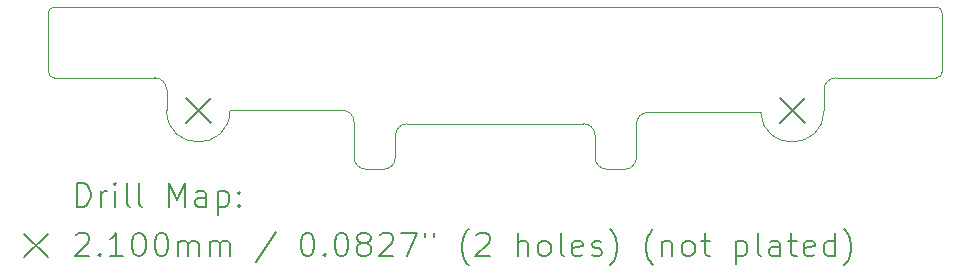
<source format=gbr>
%TF.GenerationSoftware,KiCad,Pcbnew,7.0.1*%
%TF.CreationDate,2024-03-29T16:02:35+01:00*%
%TF.ProjectId,Qtr-8-SN,5174722d-382d-4534-9e2e-6b696361645f,rev?*%
%TF.SameCoordinates,Original*%
%TF.FileFunction,Drillmap*%
%TF.FilePolarity,Positive*%
%FSLAX45Y45*%
G04 Gerber Fmt 4.5, Leading zero omitted, Abs format (unit mm)*
G04 Created by KiCad (PCBNEW 7.0.1) date 2024-03-29 16:02:35*
%MOMM*%
%LPD*%
G01*
G04 APERTURE LIST*
%ADD10C,0.100000*%
%ADD11C,0.200000*%
%ADD12C,0.210000*%
G04 APERTURE END LIST*
D10*
X11988000Y-9474000D02*
X12138000Y-9474000D01*
X15329250Y-8992000D02*
X14379000Y-8992000D01*
X13929000Y-9374000D02*
X13929000Y-9189000D01*
X16867150Y-8400000D02*
X16867000Y-8150000D01*
X11888000Y-9374000D02*
G75*
G03*
X11988000Y-9474000I100000J0D01*
G01*
X10838000Y-8974000D02*
X11788000Y-8974000D01*
X14278000Y-9092711D02*
X14279000Y-9374000D01*
X9350000Y-8700000D02*
X10200000Y-8700000D01*
X13929000Y-9189000D02*
G75*
G03*
X13829000Y-9089000I-100000J0D01*
G01*
X16867150Y-8400000D02*
X16867000Y-8650000D01*
X10300000Y-8974000D02*
G75*
G03*
X10838000Y-8974000I269000J0D01*
G01*
X12338000Y-9089000D02*
G75*
G03*
X12238000Y-9189000I0J-100000D01*
G01*
X10300000Y-8800000D02*
X10300000Y-8974000D01*
X13929000Y-9374000D02*
G75*
G03*
X14029000Y-9474000I100000J0D01*
G01*
X9350000Y-8100000D02*
X16817000Y-8100000D01*
X16817000Y-8700000D02*
X15968000Y-8700000D01*
X16817000Y-8700000D02*
G75*
G03*
X16867000Y-8650000I0J50000D01*
G01*
X14179000Y-9474000D02*
G75*
G03*
X14279000Y-9374000I0J100000D01*
G01*
X16867000Y-8150000D02*
G75*
G03*
X16817000Y-8100000I-50000J0D01*
G01*
X13829000Y-9089000D02*
X12338000Y-9089000D01*
X11888000Y-9074000D02*
X11888000Y-9374000D01*
X9300000Y-8150000D02*
X9300000Y-8650000D01*
X15968000Y-8700000D02*
G75*
G03*
X15868000Y-8800000I0J-100000D01*
G01*
X14179000Y-9474000D02*
X14029000Y-9474000D01*
X9350000Y-8100000D02*
G75*
G03*
X9300000Y-8150000I0J-50000D01*
G01*
X12138000Y-9474000D02*
G75*
G03*
X12238000Y-9374000I0J100000D01*
G01*
X11888000Y-9074000D02*
G75*
G03*
X11788000Y-8974000I-100000J0D01*
G01*
X15329250Y-8992000D02*
G75*
G03*
X15867752Y-8974000I268950J18000D01*
G01*
X10300000Y-8800000D02*
G75*
G03*
X10200000Y-8700000I-100000J0D01*
G01*
X14379000Y-8992000D02*
G75*
G03*
X14278000Y-9092711I-290J-100710D01*
G01*
X15868000Y-8800000D02*
X15867150Y-8974000D01*
X12238000Y-9374000D02*
X12238000Y-9189000D01*
X9300000Y-8650000D02*
G75*
G03*
X9350000Y-8700000I50000J0D01*
G01*
D11*
D12*
X10464000Y-8869000D02*
X10674000Y-9079000D01*
X10674000Y-8869000D02*
X10464000Y-9079000D01*
X15493200Y-8869000D02*
X15703200Y-9079000D01*
X15703200Y-8869000D02*
X15493200Y-9079000D01*
D11*
X9542619Y-9791524D02*
X9542619Y-9591524D01*
X9542619Y-9591524D02*
X9590238Y-9591524D01*
X9590238Y-9591524D02*
X9618810Y-9601048D01*
X9618810Y-9601048D02*
X9637857Y-9620095D01*
X9637857Y-9620095D02*
X9647381Y-9639143D01*
X9647381Y-9639143D02*
X9656905Y-9677238D01*
X9656905Y-9677238D02*
X9656905Y-9705810D01*
X9656905Y-9705810D02*
X9647381Y-9743905D01*
X9647381Y-9743905D02*
X9637857Y-9762952D01*
X9637857Y-9762952D02*
X9618810Y-9782000D01*
X9618810Y-9782000D02*
X9590238Y-9791524D01*
X9590238Y-9791524D02*
X9542619Y-9791524D01*
X9742619Y-9791524D02*
X9742619Y-9658190D01*
X9742619Y-9696286D02*
X9752143Y-9677238D01*
X9752143Y-9677238D02*
X9761667Y-9667714D01*
X9761667Y-9667714D02*
X9780714Y-9658190D01*
X9780714Y-9658190D02*
X9799762Y-9658190D01*
X9866429Y-9791524D02*
X9866429Y-9658190D01*
X9866429Y-9591524D02*
X9856905Y-9601048D01*
X9856905Y-9601048D02*
X9866429Y-9610571D01*
X9866429Y-9610571D02*
X9875952Y-9601048D01*
X9875952Y-9601048D02*
X9866429Y-9591524D01*
X9866429Y-9591524D02*
X9866429Y-9610571D01*
X9990238Y-9791524D02*
X9971190Y-9782000D01*
X9971190Y-9782000D02*
X9961667Y-9762952D01*
X9961667Y-9762952D02*
X9961667Y-9591524D01*
X10095000Y-9791524D02*
X10075952Y-9782000D01*
X10075952Y-9782000D02*
X10066429Y-9762952D01*
X10066429Y-9762952D02*
X10066429Y-9591524D01*
X10323571Y-9791524D02*
X10323571Y-9591524D01*
X10323571Y-9591524D02*
X10390238Y-9734381D01*
X10390238Y-9734381D02*
X10456905Y-9591524D01*
X10456905Y-9591524D02*
X10456905Y-9791524D01*
X10637857Y-9791524D02*
X10637857Y-9686762D01*
X10637857Y-9686762D02*
X10628333Y-9667714D01*
X10628333Y-9667714D02*
X10609286Y-9658190D01*
X10609286Y-9658190D02*
X10571190Y-9658190D01*
X10571190Y-9658190D02*
X10552143Y-9667714D01*
X10637857Y-9782000D02*
X10618810Y-9791524D01*
X10618810Y-9791524D02*
X10571190Y-9791524D01*
X10571190Y-9791524D02*
X10552143Y-9782000D01*
X10552143Y-9782000D02*
X10542619Y-9762952D01*
X10542619Y-9762952D02*
X10542619Y-9743905D01*
X10542619Y-9743905D02*
X10552143Y-9724857D01*
X10552143Y-9724857D02*
X10571190Y-9715333D01*
X10571190Y-9715333D02*
X10618810Y-9715333D01*
X10618810Y-9715333D02*
X10637857Y-9705810D01*
X10733095Y-9658190D02*
X10733095Y-9858190D01*
X10733095Y-9667714D02*
X10752143Y-9658190D01*
X10752143Y-9658190D02*
X10790238Y-9658190D01*
X10790238Y-9658190D02*
X10809286Y-9667714D01*
X10809286Y-9667714D02*
X10818810Y-9677238D01*
X10818810Y-9677238D02*
X10828333Y-9696286D01*
X10828333Y-9696286D02*
X10828333Y-9753429D01*
X10828333Y-9753429D02*
X10818810Y-9772476D01*
X10818810Y-9772476D02*
X10809286Y-9782000D01*
X10809286Y-9782000D02*
X10790238Y-9791524D01*
X10790238Y-9791524D02*
X10752143Y-9791524D01*
X10752143Y-9791524D02*
X10733095Y-9782000D01*
X10914048Y-9772476D02*
X10923571Y-9782000D01*
X10923571Y-9782000D02*
X10914048Y-9791524D01*
X10914048Y-9791524D02*
X10904524Y-9782000D01*
X10904524Y-9782000D02*
X10914048Y-9772476D01*
X10914048Y-9772476D02*
X10914048Y-9791524D01*
X10914048Y-9667714D02*
X10923571Y-9677238D01*
X10923571Y-9677238D02*
X10914048Y-9686762D01*
X10914048Y-9686762D02*
X10904524Y-9677238D01*
X10904524Y-9677238D02*
X10914048Y-9667714D01*
X10914048Y-9667714D02*
X10914048Y-9686762D01*
X9095000Y-10019000D02*
X9295000Y-10219000D01*
X9295000Y-10019000D02*
X9095000Y-10219000D01*
X9533095Y-10030571D02*
X9542619Y-10021048D01*
X9542619Y-10021048D02*
X9561667Y-10011524D01*
X9561667Y-10011524D02*
X9609286Y-10011524D01*
X9609286Y-10011524D02*
X9628333Y-10021048D01*
X9628333Y-10021048D02*
X9637857Y-10030571D01*
X9637857Y-10030571D02*
X9647381Y-10049619D01*
X9647381Y-10049619D02*
X9647381Y-10068667D01*
X9647381Y-10068667D02*
X9637857Y-10097238D01*
X9637857Y-10097238D02*
X9523571Y-10211524D01*
X9523571Y-10211524D02*
X9647381Y-10211524D01*
X9733095Y-10192476D02*
X9742619Y-10202000D01*
X9742619Y-10202000D02*
X9733095Y-10211524D01*
X9733095Y-10211524D02*
X9723571Y-10202000D01*
X9723571Y-10202000D02*
X9733095Y-10192476D01*
X9733095Y-10192476D02*
X9733095Y-10211524D01*
X9933095Y-10211524D02*
X9818810Y-10211524D01*
X9875952Y-10211524D02*
X9875952Y-10011524D01*
X9875952Y-10011524D02*
X9856905Y-10040095D01*
X9856905Y-10040095D02*
X9837857Y-10059143D01*
X9837857Y-10059143D02*
X9818810Y-10068667D01*
X10056905Y-10011524D02*
X10075952Y-10011524D01*
X10075952Y-10011524D02*
X10095000Y-10021048D01*
X10095000Y-10021048D02*
X10104524Y-10030571D01*
X10104524Y-10030571D02*
X10114048Y-10049619D01*
X10114048Y-10049619D02*
X10123571Y-10087714D01*
X10123571Y-10087714D02*
X10123571Y-10135333D01*
X10123571Y-10135333D02*
X10114048Y-10173429D01*
X10114048Y-10173429D02*
X10104524Y-10192476D01*
X10104524Y-10192476D02*
X10095000Y-10202000D01*
X10095000Y-10202000D02*
X10075952Y-10211524D01*
X10075952Y-10211524D02*
X10056905Y-10211524D01*
X10056905Y-10211524D02*
X10037857Y-10202000D01*
X10037857Y-10202000D02*
X10028333Y-10192476D01*
X10028333Y-10192476D02*
X10018810Y-10173429D01*
X10018810Y-10173429D02*
X10009286Y-10135333D01*
X10009286Y-10135333D02*
X10009286Y-10087714D01*
X10009286Y-10087714D02*
X10018810Y-10049619D01*
X10018810Y-10049619D02*
X10028333Y-10030571D01*
X10028333Y-10030571D02*
X10037857Y-10021048D01*
X10037857Y-10021048D02*
X10056905Y-10011524D01*
X10247381Y-10011524D02*
X10266429Y-10011524D01*
X10266429Y-10011524D02*
X10285476Y-10021048D01*
X10285476Y-10021048D02*
X10295000Y-10030571D01*
X10295000Y-10030571D02*
X10304524Y-10049619D01*
X10304524Y-10049619D02*
X10314048Y-10087714D01*
X10314048Y-10087714D02*
X10314048Y-10135333D01*
X10314048Y-10135333D02*
X10304524Y-10173429D01*
X10304524Y-10173429D02*
X10295000Y-10192476D01*
X10295000Y-10192476D02*
X10285476Y-10202000D01*
X10285476Y-10202000D02*
X10266429Y-10211524D01*
X10266429Y-10211524D02*
X10247381Y-10211524D01*
X10247381Y-10211524D02*
X10228333Y-10202000D01*
X10228333Y-10202000D02*
X10218810Y-10192476D01*
X10218810Y-10192476D02*
X10209286Y-10173429D01*
X10209286Y-10173429D02*
X10199762Y-10135333D01*
X10199762Y-10135333D02*
X10199762Y-10087714D01*
X10199762Y-10087714D02*
X10209286Y-10049619D01*
X10209286Y-10049619D02*
X10218810Y-10030571D01*
X10218810Y-10030571D02*
X10228333Y-10021048D01*
X10228333Y-10021048D02*
X10247381Y-10011524D01*
X10399762Y-10211524D02*
X10399762Y-10078190D01*
X10399762Y-10097238D02*
X10409286Y-10087714D01*
X10409286Y-10087714D02*
X10428333Y-10078190D01*
X10428333Y-10078190D02*
X10456905Y-10078190D01*
X10456905Y-10078190D02*
X10475952Y-10087714D01*
X10475952Y-10087714D02*
X10485476Y-10106762D01*
X10485476Y-10106762D02*
X10485476Y-10211524D01*
X10485476Y-10106762D02*
X10495000Y-10087714D01*
X10495000Y-10087714D02*
X10514048Y-10078190D01*
X10514048Y-10078190D02*
X10542619Y-10078190D01*
X10542619Y-10078190D02*
X10561667Y-10087714D01*
X10561667Y-10087714D02*
X10571191Y-10106762D01*
X10571191Y-10106762D02*
X10571191Y-10211524D01*
X10666429Y-10211524D02*
X10666429Y-10078190D01*
X10666429Y-10097238D02*
X10675952Y-10087714D01*
X10675952Y-10087714D02*
X10695000Y-10078190D01*
X10695000Y-10078190D02*
X10723572Y-10078190D01*
X10723572Y-10078190D02*
X10742619Y-10087714D01*
X10742619Y-10087714D02*
X10752143Y-10106762D01*
X10752143Y-10106762D02*
X10752143Y-10211524D01*
X10752143Y-10106762D02*
X10761667Y-10087714D01*
X10761667Y-10087714D02*
X10780714Y-10078190D01*
X10780714Y-10078190D02*
X10809286Y-10078190D01*
X10809286Y-10078190D02*
X10828333Y-10087714D01*
X10828333Y-10087714D02*
X10837857Y-10106762D01*
X10837857Y-10106762D02*
X10837857Y-10211524D01*
X11228333Y-10002000D02*
X11056905Y-10259143D01*
X11485476Y-10011524D02*
X11504524Y-10011524D01*
X11504524Y-10011524D02*
X11523572Y-10021048D01*
X11523572Y-10021048D02*
X11533095Y-10030571D01*
X11533095Y-10030571D02*
X11542619Y-10049619D01*
X11542619Y-10049619D02*
X11552143Y-10087714D01*
X11552143Y-10087714D02*
X11552143Y-10135333D01*
X11552143Y-10135333D02*
X11542619Y-10173429D01*
X11542619Y-10173429D02*
X11533095Y-10192476D01*
X11533095Y-10192476D02*
X11523572Y-10202000D01*
X11523572Y-10202000D02*
X11504524Y-10211524D01*
X11504524Y-10211524D02*
X11485476Y-10211524D01*
X11485476Y-10211524D02*
X11466429Y-10202000D01*
X11466429Y-10202000D02*
X11456905Y-10192476D01*
X11456905Y-10192476D02*
X11447381Y-10173429D01*
X11447381Y-10173429D02*
X11437857Y-10135333D01*
X11437857Y-10135333D02*
X11437857Y-10087714D01*
X11437857Y-10087714D02*
X11447381Y-10049619D01*
X11447381Y-10049619D02*
X11456905Y-10030571D01*
X11456905Y-10030571D02*
X11466429Y-10021048D01*
X11466429Y-10021048D02*
X11485476Y-10011524D01*
X11637857Y-10192476D02*
X11647381Y-10202000D01*
X11647381Y-10202000D02*
X11637857Y-10211524D01*
X11637857Y-10211524D02*
X11628333Y-10202000D01*
X11628333Y-10202000D02*
X11637857Y-10192476D01*
X11637857Y-10192476D02*
X11637857Y-10211524D01*
X11771191Y-10011524D02*
X11790238Y-10011524D01*
X11790238Y-10011524D02*
X11809286Y-10021048D01*
X11809286Y-10021048D02*
X11818810Y-10030571D01*
X11818810Y-10030571D02*
X11828333Y-10049619D01*
X11828333Y-10049619D02*
X11837857Y-10087714D01*
X11837857Y-10087714D02*
X11837857Y-10135333D01*
X11837857Y-10135333D02*
X11828333Y-10173429D01*
X11828333Y-10173429D02*
X11818810Y-10192476D01*
X11818810Y-10192476D02*
X11809286Y-10202000D01*
X11809286Y-10202000D02*
X11790238Y-10211524D01*
X11790238Y-10211524D02*
X11771191Y-10211524D01*
X11771191Y-10211524D02*
X11752143Y-10202000D01*
X11752143Y-10202000D02*
X11742619Y-10192476D01*
X11742619Y-10192476D02*
X11733095Y-10173429D01*
X11733095Y-10173429D02*
X11723572Y-10135333D01*
X11723572Y-10135333D02*
X11723572Y-10087714D01*
X11723572Y-10087714D02*
X11733095Y-10049619D01*
X11733095Y-10049619D02*
X11742619Y-10030571D01*
X11742619Y-10030571D02*
X11752143Y-10021048D01*
X11752143Y-10021048D02*
X11771191Y-10011524D01*
X11952143Y-10097238D02*
X11933095Y-10087714D01*
X11933095Y-10087714D02*
X11923572Y-10078190D01*
X11923572Y-10078190D02*
X11914048Y-10059143D01*
X11914048Y-10059143D02*
X11914048Y-10049619D01*
X11914048Y-10049619D02*
X11923572Y-10030571D01*
X11923572Y-10030571D02*
X11933095Y-10021048D01*
X11933095Y-10021048D02*
X11952143Y-10011524D01*
X11952143Y-10011524D02*
X11990238Y-10011524D01*
X11990238Y-10011524D02*
X12009286Y-10021048D01*
X12009286Y-10021048D02*
X12018810Y-10030571D01*
X12018810Y-10030571D02*
X12028333Y-10049619D01*
X12028333Y-10049619D02*
X12028333Y-10059143D01*
X12028333Y-10059143D02*
X12018810Y-10078190D01*
X12018810Y-10078190D02*
X12009286Y-10087714D01*
X12009286Y-10087714D02*
X11990238Y-10097238D01*
X11990238Y-10097238D02*
X11952143Y-10097238D01*
X11952143Y-10097238D02*
X11933095Y-10106762D01*
X11933095Y-10106762D02*
X11923572Y-10116286D01*
X11923572Y-10116286D02*
X11914048Y-10135333D01*
X11914048Y-10135333D02*
X11914048Y-10173429D01*
X11914048Y-10173429D02*
X11923572Y-10192476D01*
X11923572Y-10192476D02*
X11933095Y-10202000D01*
X11933095Y-10202000D02*
X11952143Y-10211524D01*
X11952143Y-10211524D02*
X11990238Y-10211524D01*
X11990238Y-10211524D02*
X12009286Y-10202000D01*
X12009286Y-10202000D02*
X12018810Y-10192476D01*
X12018810Y-10192476D02*
X12028333Y-10173429D01*
X12028333Y-10173429D02*
X12028333Y-10135333D01*
X12028333Y-10135333D02*
X12018810Y-10116286D01*
X12018810Y-10116286D02*
X12009286Y-10106762D01*
X12009286Y-10106762D02*
X11990238Y-10097238D01*
X12104524Y-10030571D02*
X12114048Y-10021048D01*
X12114048Y-10021048D02*
X12133095Y-10011524D01*
X12133095Y-10011524D02*
X12180714Y-10011524D01*
X12180714Y-10011524D02*
X12199762Y-10021048D01*
X12199762Y-10021048D02*
X12209286Y-10030571D01*
X12209286Y-10030571D02*
X12218810Y-10049619D01*
X12218810Y-10049619D02*
X12218810Y-10068667D01*
X12218810Y-10068667D02*
X12209286Y-10097238D01*
X12209286Y-10097238D02*
X12095000Y-10211524D01*
X12095000Y-10211524D02*
X12218810Y-10211524D01*
X12285476Y-10011524D02*
X12418810Y-10011524D01*
X12418810Y-10011524D02*
X12333095Y-10211524D01*
X12485476Y-10011524D02*
X12485476Y-10049619D01*
X12561667Y-10011524D02*
X12561667Y-10049619D01*
X12856905Y-10287714D02*
X12847381Y-10278190D01*
X12847381Y-10278190D02*
X12828334Y-10249619D01*
X12828334Y-10249619D02*
X12818810Y-10230571D01*
X12818810Y-10230571D02*
X12809286Y-10202000D01*
X12809286Y-10202000D02*
X12799762Y-10154381D01*
X12799762Y-10154381D02*
X12799762Y-10116286D01*
X12799762Y-10116286D02*
X12809286Y-10068667D01*
X12809286Y-10068667D02*
X12818810Y-10040095D01*
X12818810Y-10040095D02*
X12828334Y-10021048D01*
X12828334Y-10021048D02*
X12847381Y-9992476D01*
X12847381Y-9992476D02*
X12856905Y-9982952D01*
X12923572Y-10030571D02*
X12933095Y-10021048D01*
X12933095Y-10021048D02*
X12952143Y-10011524D01*
X12952143Y-10011524D02*
X12999762Y-10011524D01*
X12999762Y-10011524D02*
X13018810Y-10021048D01*
X13018810Y-10021048D02*
X13028334Y-10030571D01*
X13028334Y-10030571D02*
X13037857Y-10049619D01*
X13037857Y-10049619D02*
X13037857Y-10068667D01*
X13037857Y-10068667D02*
X13028334Y-10097238D01*
X13028334Y-10097238D02*
X12914048Y-10211524D01*
X12914048Y-10211524D02*
X13037857Y-10211524D01*
X13275953Y-10211524D02*
X13275953Y-10011524D01*
X13361667Y-10211524D02*
X13361667Y-10106762D01*
X13361667Y-10106762D02*
X13352143Y-10087714D01*
X13352143Y-10087714D02*
X13333096Y-10078190D01*
X13333096Y-10078190D02*
X13304524Y-10078190D01*
X13304524Y-10078190D02*
X13285476Y-10087714D01*
X13285476Y-10087714D02*
X13275953Y-10097238D01*
X13485476Y-10211524D02*
X13466429Y-10202000D01*
X13466429Y-10202000D02*
X13456905Y-10192476D01*
X13456905Y-10192476D02*
X13447381Y-10173429D01*
X13447381Y-10173429D02*
X13447381Y-10116286D01*
X13447381Y-10116286D02*
X13456905Y-10097238D01*
X13456905Y-10097238D02*
X13466429Y-10087714D01*
X13466429Y-10087714D02*
X13485476Y-10078190D01*
X13485476Y-10078190D02*
X13514048Y-10078190D01*
X13514048Y-10078190D02*
X13533096Y-10087714D01*
X13533096Y-10087714D02*
X13542619Y-10097238D01*
X13542619Y-10097238D02*
X13552143Y-10116286D01*
X13552143Y-10116286D02*
X13552143Y-10173429D01*
X13552143Y-10173429D02*
X13542619Y-10192476D01*
X13542619Y-10192476D02*
X13533096Y-10202000D01*
X13533096Y-10202000D02*
X13514048Y-10211524D01*
X13514048Y-10211524D02*
X13485476Y-10211524D01*
X13666429Y-10211524D02*
X13647381Y-10202000D01*
X13647381Y-10202000D02*
X13637857Y-10182952D01*
X13637857Y-10182952D02*
X13637857Y-10011524D01*
X13818810Y-10202000D02*
X13799762Y-10211524D01*
X13799762Y-10211524D02*
X13761667Y-10211524D01*
X13761667Y-10211524D02*
X13742619Y-10202000D01*
X13742619Y-10202000D02*
X13733096Y-10182952D01*
X13733096Y-10182952D02*
X13733096Y-10106762D01*
X13733096Y-10106762D02*
X13742619Y-10087714D01*
X13742619Y-10087714D02*
X13761667Y-10078190D01*
X13761667Y-10078190D02*
X13799762Y-10078190D01*
X13799762Y-10078190D02*
X13818810Y-10087714D01*
X13818810Y-10087714D02*
X13828334Y-10106762D01*
X13828334Y-10106762D02*
X13828334Y-10125810D01*
X13828334Y-10125810D02*
X13733096Y-10144857D01*
X13904524Y-10202000D02*
X13923572Y-10211524D01*
X13923572Y-10211524D02*
X13961667Y-10211524D01*
X13961667Y-10211524D02*
X13980715Y-10202000D01*
X13980715Y-10202000D02*
X13990238Y-10182952D01*
X13990238Y-10182952D02*
X13990238Y-10173429D01*
X13990238Y-10173429D02*
X13980715Y-10154381D01*
X13980715Y-10154381D02*
X13961667Y-10144857D01*
X13961667Y-10144857D02*
X13933096Y-10144857D01*
X13933096Y-10144857D02*
X13914048Y-10135333D01*
X13914048Y-10135333D02*
X13904524Y-10116286D01*
X13904524Y-10116286D02*
X13904524Y-10106762D01*
X13904524Y-10106762D02*
X13914048Y-10087714D01*
X13914048Y-10087714D02*
X13933096Y-10078190D01*
X13933096Y-10078190D02*
X13961667Y-10078190D01*
X13961667Y-10078190D02*
X13980715Y-10087714D01*
X14056905Y-10287714D02*
X14066429Y-10278190D01*
X14066429Y-10278190D02*
X14085477Y-10249619D01*
X14085477Y-10249619D02*
X14095000Y-10230571D01*
X14095000Y-10230571D02*
X14104524Y-10202000D01*
X14104524Y-10202000D02*
X14114048Y-10154381D01*
X14114048Y-10154381D02*
X14114048Y-10116286D01*
X14114048Y-10116286D02*
X14104524Y-10068667D01*
X14104524Y-10068667D02*
X14095000Y-10040095D01*
X14095000Y-10040095D02*
X14085477Y-10021048D01*
X14085477Y-10021048D02*
X14066429Y-9992476D01*
X14066429Y-9992476D02*
X14056905Y-9982952D01*
X14418810Y-10287714D02*
X14409286Y-10278190D01*
X14409286Y-10278190D02*
X14390238Y-10249619D01*
X14390238Y-10249619D02*
X14380715Y-10230571D01*
X14380715Y-10230571D02*
X14371191Y-10202000D01*
X14371191Y-10202000D02*
X14361667Y-10154381D01*
X14361667Y-10154381D02*
X14361667Y-10116286D01*
X14361667Y-10116286D02*
X14371191Y-10068667D01*
X14371191Y-10068667D02*
X14380715Y-10040095D01*
X14380715Y-10040095D02*
X14390238Y-10021048D01*
X14390238Y-10021048D02*
X14409286Y-9992476D01*
X14409286Y-9992476D02*
X14418810Y-9982952D01*
X14495000Y-10078190D02*
X14495000Y-10211524D01*
X14495000Y-10097238D02*
X14504524Y-10087714D01*
X14504524Y-10087714D02*
X14523572Y-10078190D01*
X14523572Y-10078190D02*
X14552143Y-10078190D01*
X14552143Y-10078190D02*
X14571191Y-10087714D01*
X14571191Y-10087714D02*
X14580715Y-10106762D01*
X14580715Y-10106762D02*
X14580715Y-10211524D01*
X14704524Y-10211524D02*
X14685477Y-10202000D01*
X14685477Y-10202000D02*
X14675953Y-10192476D01*
X14675953Y-10192476D02*
X14666429Y-10173429D01*
X14666429Y-10173429D02*
X14666429Y-10116286D01*
X14666429Y-10116286D02*
X14675953Y-10097238D01*
X14675953Y-10097238D02*
X14685477Y-10087714D01*
X14685477Y-10087714D02*
X14704524Y-10078190D01*
X14704524Y-10078190D02*
X14733096Y-10078190D01*
X14733096Y-10078190D02*
X14752143Y-10087714D01*
X14752143Y-10087714D02*
X14761667Y-10097238D01*
X14761667Y-10097238D02*
X14771191Y-10116286D01*
X14771191Y-10116286D02*
X14771191Y-10173429D01*
X14771191Y-10173429D02*
X14761667Y-10192476D01*
X14761667Y-10192476D02*
X14752143Y-10202000D01*
X14752143Y-10202000D02*
X14733096Y-10211524D01*
X14733096Y-10211524D02*
X14704524Y-10211524D01*
X14828334Y-10078190D02*
X14904524Y-10078190D01*
X14856905Y-10011524D02*
X14856905Y-10182952D01*
X14856905Y-10182952D02*
X14866429Y-10202000D01*
X14866429Y-10202000D02*
X14885477Y-10211524D01*
X14885477Y-10211524D02*
X14904524Y-10211524D01*
X15123572Y-10078190D02*
X15123572Y-10278190D01*
X15123572Y-10087714D02*
X15142619Y-10078190D01*
X15142619Y-10078190D02*
X15180715Y-10078190D01*
X15180715Y-10078190D02*
X15199762Y-10087714D01*
X15199762Y-10087714D02*
X15209286Y-10097238D01*
X15209286Y-10097238D02*
X15218810Y-10116286D01*
X15218810Y-10116286D02*
X15218810Y-10173429D01*
X15218810Y-10173429D02*
X15209286Y-10192476D01*
X15209286Y-10192476D02*
X15199762Y-10202000D01*
X15199762Y-10202000D02*
X15180715Y-10211524D01*
X15180715Y-10211524D02*
X15142619Y-10211524D01*
X15142619Y-10211524D02*
X15123572Y-10202000D01*
X15333096Y-10211524D02*
X15314048Y-10202000D01*
X15314048Y-10202000D02*
X15304524Y-10182952D01*
X15304524Y-10182952D02*
X15304524Y-10011524D01*
X15495000Y-10211524D02*
X15495000Y-10106762D01*
X15495000Y-10106762D02*
X15485477Y-10087714D01*
X15485477Y-10087714D02*
X15466429Y-10078190D01*
X15466429Y-10078190D02*
X15428334Y-10078190D01*
X15428334Y-10078190D02*
X15409286Y-10087714D01*
X15495000Y-10202000D02*
X15475953Y-10211524D01*
X15475953Y-10211524D02*
X15428334Y-10211524D01*
X15428334Y-10211524D02*
X15409286Y-10202000D01*
X15409286Y-10202000D02*
X15399762Y-10182952D01*
X15399762Y-10182952D02*
X15399762Y-10163905D01*
X15399762Y-10163905D02*
X15409286Y-10144857D01*
X15409286Y-10144857D02*
X15428334Y-10135333D01*
X15428334Y-10135333D02*
X15475953Y-10135333D01*
X15475953Y-10135333D02*
X15495000Y-10125810D01*
X15561667Y-10078190D02*
X15637858Y-10078190D01*
X15590239Y-10011524D02*
X15590239Y-10182952D01*
X15590239Y-10182952D02*
X15599762Y-10202000D01*
X15599762Y-10202000D02*
X15618810Y-10211524D01*
X15618810Y-10211524D02*
X15637858Y-10211524D01*
X15780715Y-10202000D02*
X15761667Y-10211524D01*
X15761667Y-10211524D02*
X15723572Y-10211524D01*
X15723572Y-10211524D02*
X15704524Y-10202000D01*
X15704524Y-10202000D02*
X15695000Y-10182952D01*
X15695000Y-10182952D02*
X15695000Y-10106762D01*
X15695000Y-10106762D02*
X15704524Y-10087714D01*
X15704524Y-10087714D02*
X15723572Y-10078190D01*
X15723572Y-10078190D02*
X15761667Y-10078190D01*
X15761667Y-10078190D02*
X15780715Y-10087714D01*
X15780715Y-10087714D02*
X15790239Y-10106762D01*
X15790239Y-10106762D02*
X15790239Y-10125810D01*
X15790239Y-10125810D02*
X15695000Y-10144857D01*
X15961667Y-10211524D02*
X15961667Y-10011524D01*
X15961667Y-10202000D02*
X15942620Y-10211524D01*
X15942620Y-10211524D02*
X15904524Y-10211524D01*
X15904524Y-10211524D02*
X15885477Y-10202000D01*
X15885477Y-10202000D02*
X15875953Y-10192476D01*
X15875953Y-10192476D02*
X15866429Y-10173429D01*
X15866429Y-10173429D02*
X15866429Y-10116286D01*
X15866429Y-10116286D02*
X15875953Y-10097238D01*
X15875953Y-10097238D02*
X15885477Y-10087714D01*
X15885477Y-10087714D02*
X15904524Y-10078190D01*
X15904524Y-10078190D02*
X15942620Y-10078190D01*
X15942620Y-10078190D02*
X15961667Y-10087714D01*
X16037858Y-10287714D02*
X16047381Y-10278190D01*
X16047381Y-10278190D02*
X16066429Y-10249619D01*
X16066429Y-10249619D02*
X16075953Y-10230571D01*
X16075953Y-10230571D02*
X16085477Y-10202000D01*
X16085477Y-10202000D02*
X16095000Y-10154381D01*
X16095000Y-10154381D02*
X16095000Y-10116286D01*
X16095000Y-10116286D02*
X16085477Y-10068667D01*
X16085477Y-10068667D02*
X16075953Y-10040095D01*
X16075953Y-10040095D02*
X16066429Y-10021048D01*
X16066429Y-10021048D02*
X16047381Y-9992476D01*
X16047381Y-9992476D02*
X16037858Y-9982952D01*
M02*

</source>
